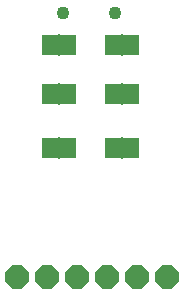
<source format=gbr>
G04 EAGLE Gerber RS-274X export*
G75*
%MOMM*%
%FSLAX34Y34*%
%LPD*%
%INSoldermask Bottom*%
%IPPOS*%
%AMOC8*
5,1,8,0,0,1.08239X$1,22.5*%
G01*
%ADD10C,1.103200*%
%ADD11R,1.371600X1.803400*%
%ADD12R,0.152400X1.828800*%
%ADD13P,2.144431X8X112.500000*%


D10*
X108106Y247810D03*
X64106Y247810D03*
D11*
X121666Y220980D03*
X106426Y220980D03*
D12*
X114046Y220980D03*
D11*
X121666Y179070D03*
X106426Y179070D03*
D12*
X114046Y179070D03*
D11*
X53086Y133350D03*
X68326Y133350D03*
D12*
X60706Y133350D03*
D11*
X68326Y220980D03*
X53086Y220980D03*
D12*
X60706Y220980D03*
D11*
X68326Y179070D03*
X53086Y179070D03*
D12*
X60706Y179070D03*
D11*
X106426Y133350D03*
X121666Y133350D03*
D12*
X114046Y133350D03*
D13*
X25146Y24130D03*
X50546Y24130D03*
X75946Y24130D03*
X101346Y24130D03*
X126746Y24130D03*
X152146Y24130D03*
M02*

</source>
